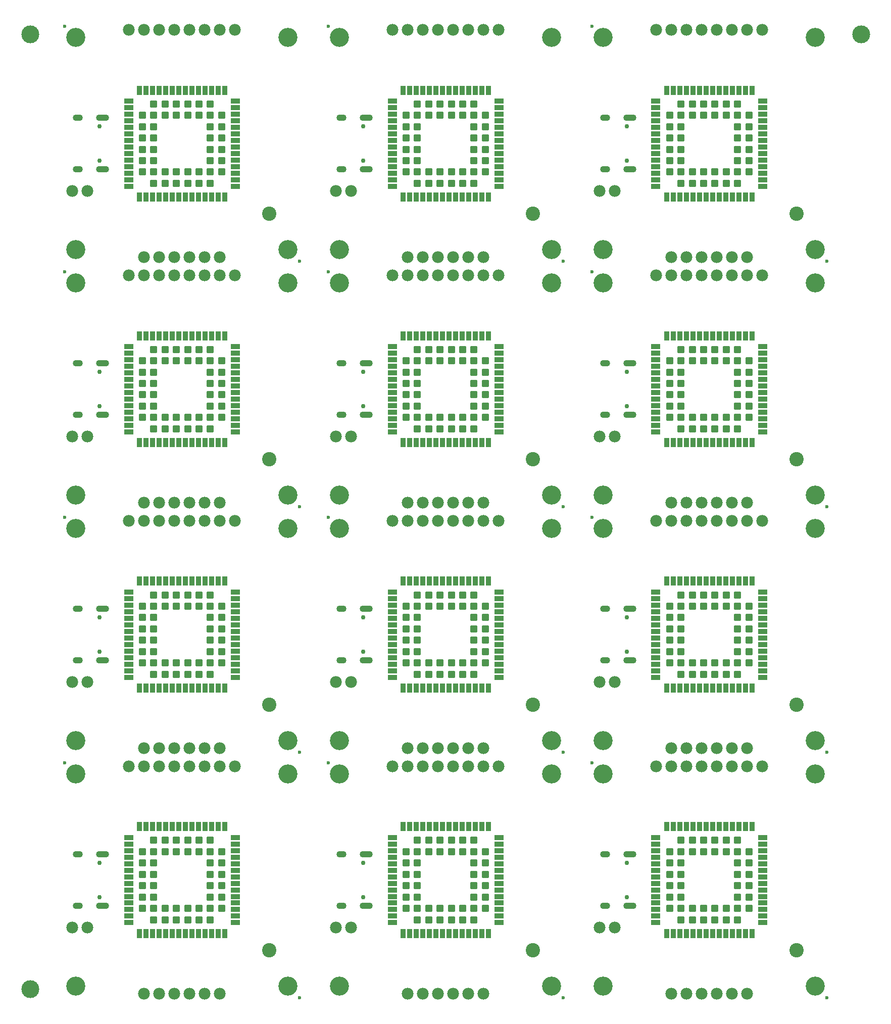
<source format=gbs>
%TF.GenerationSoftware,KiCad,Pcbnew,9.0.1*%
%TF.CreationDate,2025-04-15T12:31:11-06:00*%
%TF.ProjectId,SparkFun_GNSS_DAN-F10N_panelized,53706172-6b46-4756-9e5f-474e53535f44,rev?*%
%TF.SameCoordinates,Original*%
%TF.FileFunction,Soldermask,Bot*%
%TF.FilePolarity,Negative*%
%FSLAX46Y46*%
G04 Gerber Fmt 4.6, Leading zero omitted, Abs format (unit mm)*
G04 Created by KiCad (PCBNEW 9.0.1) date 2025-04-15 12:31:11*
%MOMM*%
%LPD*%
G01*
G04 APERTURE LIST*
G04 Aperture macros list*
%AMRoundRect*
0 Rectangle with rounded corners*
0 $1 Rounding radius*
0 $2 $3 $4 $5 $6 $7 $8 $9 X,Y pos of 4 corners*
0 Add a 4 corners polygon primitive as box body*
4,1,4,$2,$3,$4,$5,$6,$7,$8,$9,$2,$3,0*
0 Add four circle primitives for the rounded corners*
1,1,$1+$1,$2,$3*
1,1,$1+$1,$4,$5*
1,1,$1+$1,$6,$7*
1,1,$1+$1,$8,$9*
0 Add four rect primitives between the rounded corners*
20,1,$1+$1,$2,$3,$4,$5,0*
20,1,$1+$1,$4,$5,$6,$7,0*
20,1,$1+$1,$6,$7,$8,$9,0*
20,1,$1+$1,$8,$9,$2,$3,0*%
G04 Aperture macros list end*
%ADD10C,3.000000*%
%ADD11RoundRect,0.050000X0.750000X0.400000X-0.750000X0.400000X-0.750000X-0.400000X0.750000X-0.400000X0*%
%ADD12RoundRect,0.050000X0.400000X-0.750000X0.400000X0.750000X-0.400000X0.750000X-0.400000X-0.750000X0*%
%ADD13RoundRect,0.050000X-0.750000X-0.400000X0.750000X-0.400000X0.750000X0.400000X-0.750000X0.400000X0*%
%ADD14RoundRect,0.050000X-0.400000X0.750000X-0.400000X-0.750000X0.400000X-0.750000X0.400000X0.750000X0*%
%ADD15RoundRect,0.050000X-0.550000X0.550000X-0.550000X-0.550000X0.550000X-0.550000X0.550000X0.550000X0*%
%ADD16RoundRect,0.050000X-0.550000X-0.550000X0.550000X-0.550000X0.550000X0.550000X-0.550000X0.550000X0*%
%ADD17RoundRect,0.050000X0.550000X-0.550000X0.550000X0.550000X-0.550000X0.550000X-0.550000X-0.550000X0*%
%ADD18RoundRect,0.050000X0.550000X0.550000X-0.550000X0.550000X-0.550000X-0.550000X0.550000X-0.550000X0*%
%ADD19C,0.600000*%
%ADD20C,3.200000*%
%ADD21C,2.400000*%
%ADD22C,1.979600*%
%ADD23C,0.750000*%
%ADD24O,1.700000X1.100000*%
%ADD25O,2.200000X1.100000*%
G04 APERTURE END LIST*
D10*
%TO.C,*%
X134151500Y162060000D03*
%TD*%
%TO.C,*%
X-5135500Y162060000D03*
%TD*%
%TO.C,*%
X-5135500Y2000000D03*
%TD*%
D11*
%TO.C,U6*%
X99746000Y136590000D03*
X99746000Y137690000D03*
X99746000Y138790000D03*
X99746000Y139890000D03*
X99746000Y140990000D03*
X99746000Y142090000D03*
X99746000Y143190000D03*
X99746000Y144290000D03*
X99746000Y145390000D03*
X99746000Y146490000D03*
X99746000Y147590000D03*
X99746000Y148690000D03*
X99746000Y149790000D03*
X99746000Y150890000D03*
D12*
X101546000Y152690000D03*
X102646000Y152690000D03*
X103746000Y152690000D03*
X104846000Y152690000D03*
X105946000Y152690000D03*
X107046000Y152690000D03*
X108146000Y152690000D03*
X109246000Y152690000D03*
X110346000Y152690000D03*
X111446000Y152690000D03*
X112546000Y152690000D03*
X113646000Y152690000D03*
X114746000Y152690000D03*
X115846000Y152690000D03*
D13*
X117646000Y150890000D03*
X117646000Y149790000D03*
X117646000Y148690000D03*
X117646000Y147590000D03*
X117646000Y146490000D03*
X117646000Y145390000D03*
X117646000Y144290000D03*
X117646000Y143190000D03*
X117646000Y142090000D03*
X117646000Y140990000D03*
X117646000Y139890000D03*
X117646000Y138790000D03*
X117646000Y137690000D03*
X117646000Y136590000D03*
D14*
X115846000Y134790000D03*
X114746000Y134790000D03*
X113646000Y134790000D03*
X112546000Y134790000D03*
X111446000Y134790000D03*
X110346000Y134790000D03*
X109246000Y134790000D03*
X108146000Y134790000D03*
X107046000Y134790000D03*
X105946000Y134790000D03*
X104846000Y134790000D03*
X103746000Y134790000D03*
X102646000Y134790000D03*
X101546000Y134790000D03*
D15*
X102046000Y148490000D03*
D16*
X102046000Y146590000D03*
X102046000Y144690000D03*
X102046000Y142790000D03*
X102046000Y140890000D03*
D17*
X102046000Y138990000D03*
D16*
X103946000Y150390000D03*
X103946000Y148490000D03*
X103946000Y146590000D03*
X103946000Y144690000D03*
X103946000Y142790000D03*
X103946000Y140890000D03*
D17*
X103946000Y138990000D03*
D16*
X103946000Y137090000D03*
D15*
X105846000Y150390000D03*
X105846000Y148490000D03*
D17*
X105846000Y138990000D03*
X105846000Y137090000D03*
D15*
X107746000Y150390000D03*
X107746000Y148490000D03*
D17*
X107746000Y138990000D03*
X107746000Y137090000D03*
D15*
X109646000Y150390000D03*
X109646000Y148490000D03*
D17*
X109646000Y138990000D03*
X109646000Y137090000D03*
D15*
X111546000Y150390000D03*
X111546000Y148490000D03*
D17*
X111546000Y138990000D03*
X111546000Y137090000D03*
D18*
X113446000Y150390000D03*
X113446000Y148490000D03*
X113446000Y146590000D03*
X113446000Y144690000D03*
X113446000Y142790000D03*
X113446000Y140890000D03*
X113446000Y138990000D03*
X113446000Y137090000D03*
X115346000Y148490000D03*
X115346000Y146590000D03*
X115346000Y144690000D03*
X115346000Y142790000D03*
X115346000Y140890000D03*
D17*
X115346000Y138990000D03*
%TD*%
D11*
%TO.C,U6*%
X99746000Y95450000D03*
X99746000Y96550000D03*
X99746000Y97650000D03*
X99746000Y98750000D03*
X99746000Y99850000D03*
X99746000Y100950000D03*
X99746000Y102050000D03*
X99746000Y103150000D03*
X99746000Y104250000D03*
X99746000Y105350000D03*
X99746000Y106450000D03*
X99746000Y107550000D03*
X99746000Y108650000D03*
X99746000Y109750000D03*
D12*
X101546000Y111550000D03*
X102646000Y111550000D03*
X103746000Y111550000D03*
X104846000Y111550000D03*
X105946000Y111550000D03*
X107046000Y111550000D03*
X108146000Y111550000D03*
X109246000Y111550000D03*
X110346000Y111550000D03*
X111446000Y111550000D03*
X112546000Y111550000D03*
X113646000Y111550000D03*
X114746000Y111550000D03*
X115846000Y111550000D03*
D13*
X117646000Y109750000D03*
X117646000Y108650000D03*
X117646000Y107550000D03*
X117646000Y106450000D03*
X117646000Y105350000D03*
X117646000Y104250000D03*
X117646000Y103150000D03*
X117646000Y102050000D03*
X117646000Y100950000D03*
X117646000Y99850000D03*
X117646000Y98750000D03*
X117646000Y97650000D03*
X117646000Y96550000D03*
X117646000Y95450000D03*
D14*
X115846000Y93650000D03*
X114746000Y93650000D03*
X113646000Y93650000D03*
X112546000Y93650000D03*
X111446000Y93650000D03*
X110346000Y93650000D03*
X109246000Y93650000D03*
X108146000Y93650000D03*
X107046000Y93650000D03*
X105946000Y93650000D03*
X104846000Y93650000D03*
X103746000Y93650000D03*
X102646000Y93650000D03*
X101546000Y93650000D03*
D15*
X102046000Y107350000D03*
D16*
X102046000Y105450000D03*
X102046000Y103550000D03*
X102046000Y101650000D03*
X102046000Y99750000D03*
D17*
X102046000Y97850000D03*
D16*
X103946000Y109250000D03*
X103946000Y107350000D03*
X103946000Y105450000D03*
X103946000Y103550000D03*
X103946000Y101650000D03*
X103946000Y99750000D03*
D17*
X103946000Y97850000D03*
D16*
X103946000Y95950000D03*
D15*
X105846000Y109250000D03*
X105846000Y107350000D03*
D17*
X105846000Y97850000D03*
X105846000Y95950000D03*
D15*
X107746000Y109250000D03*
X107746000Y107350000D03*
D17*
X107746000Y97850000D03*
X107746000Y95950000D03*
D15*
X109646000Y109250000D03*
X109646000Y107350000D03*
D17*
X109646000Y97850000D03*
X109646000Y95950000D03*
D15*
X111546000Y109250000D03*
X111546000Y107350000D03*
D17*
X111546000Y97850000D03*
X111546000Y95950000D03*
D18*
X113446000Y109250000D03*
X113446000Y107350000D03*
X113446000Y105450000D03*
X113446000Y103550000D03*
X113446000Y101650000D03*
X113446000Y99750000D03*
X113446000Y97850000D03*
X113446000Y95950000D03*
X115346000Y107350000D03*
X115346000Y105450000D03*
X115346000Y103550000D03*
X115346000Y101650000D03*
X115346000Y99750000D03*
D17*
X115346000Y97850000D03*
%TD*%
D11*
%TO.C,U6*%
X99746000Y54310000D03*
X99746000Y55410000D03*
X99746000Y56510000D03*
X99746000Y57610000D03*
X99746000Y58710000D03*
X99746000Y59810000D03*
X99746000Y60910000D03*
X99746000Y62010000D03*
X99746000Y63110000D03*
X99746000Y64210000D03*
X99746000Y65310000D03*
X99746000Y66410000D03*
X99746000Y67510000D03*
X99746000Y68610000D03*
D12*
X101546000Y70410000D03*
X102646000Y70410000D03*
X103746000Y70410000D03*
X104846000Y70410000D03*
X105946000Y70410000D03*
X107046000Y70410000D03*
X108146000Y70410000D03*
X109246000Y70410000D03*
X110346000Y70410000D03*
X111446000Y70410000D03*
X112546000Y70410000D03*
X113646000Y70410000D03*
X114746000Y70410000D03*
X115846000Y70410000D03*
D13*
X117646000Y68610000D03*
X117646000Y67510000D03*
X117646000Y66410000D03*
X117646000Y65310000D03*
X117646000Y64210000D03*
X117646000Y63110000D03*
X117646000Y62010000D03*
X117646000Y60910000D03*
X117646000Y59810000D03*
X117646000Y58710000D03*
X117646000Y57610000D03*
X117646000Y56510000D03*
X117646000Y55410000D03*
X117646000Y54310000D03*
D14*
X115846000Y52510000D03*
X114746000Y52510000D03*
X113646000Y52510000D03*
X112546000Y52510000D03*
X111446000Y52510000D03*
X110346000Y52510000D03*
X109246000Y52510000D03*
X108146000Y52510000D03*
X107046000Y52510000D03*
X105946000Y52510000D03*
X104846000Y52510000D03*
X103746000Y52510000D03*
X102646000Y52510000D03*
X101546000Y52510000D03*
D15*
X102046000Y66210000D03*
D16*
X102046000Y64310000D03*
X102046000Y62410000D03*
X102046000Y60510000D03*
X102046000Y58610000D03*
D17*
X102046000Y56710000D03*
D16*
X103946000Y68110000D03*
X103946000Y66210000D03*
X103946000Y64310000D03*
X103946000Y62410000D03*
X103946000Y60510000D03*
X103946000Y58610000D03*
D17*
X103946000Y56710000D03*
D16*
X103946000Y54810000D03*
D15*
X105846000Y68110000D03*
X105846000Y66210000D03*
D17*
X105846000Y56710000D03*
X105846000Y54810000D03*
D15*
X107746000Y68110000D03*
X107746000Y66210000D03*
D17*
X107746000Y56710000D03*
X107746000Y54810000D03*
D15*
X109646000Y68110000D03*
X109646000Y66210000D03*
D17*
X109646000Y56710000D03*
X109646000Y54810000D03*
D15*
X111546000Y68110000D03*
X111546000Y66210000D03*
D17*
X111546000Y56710000D03*
X111546000Y54810000D03*
D18*
X113446000Y68110000D03*
X113446000Y66210000D03*
X113446000Y64310000D03*
X113446000Y62410000D03*
X113446000Y60510000D03*
X113446000Y58610000D03*
X113446000Y56710000D03*
X113446000Y54810000D03*
X115346000Y66210000D03*
X115346000Y64310000D03*
X115346000Y62410000D03*
X115346000Y60510000D03*
X115346000Y58610000D03*
D17*
X115346000Y56710000D03*
%TD*%
D11*
%TO.C,U6*%
X99746000Y13170000D03*
X99746000Y14270000D03*
X99746000Y15370000D03*
X99746000Y16470000D03*
X99746000Y17570000D03*
X99746000Y18670000D03*
X99746000Y19770000D03*
X99746000Y20870000D03*
X99746000Y21970000D03*
X99746000Y23070000D03*
X99746000Y24170000D03*
X99746000Y25270000D03*
X99746000Y26370000D03*
X99746000Y27470000D03*
D12*
X101546000Y29270000D03*
X102646000Y29270000D03*
X103746000Y29270000D03*
X104846000Y29270000D03*
X105946000Y29270000D03*
X107046000Y29270000D03*
X108146000Y29270000D03*
X109246000Y29270000D03*
X110346000Y29270000D03*
X111446000Y29270000D03*
X112546000Y29270000D03*
X113646000Y29270000D03*
X114746000Y29270000D03*
X115846000Y29270000D03*
D13*
X117646000Y27470000D03*
X117646000Y26370000D03*
X117646000Y25270000D03*
X117646000Y24170000D03*
X117646000Y23070000D03*
X117646000Y21970000D03*
X117646000Y20870000D03*
X117646000Y19770000D03*
X117646000Y18670000D03*
X117646000Y17570000D03*
X117646000Y16470000D03*
X117646000Y15370000D03*
X117646000Y14270000D03*
X117646000Y13170000D03*
D14*
X115846000Y11370000D03*
X114746000Y11370000D03*
X113646000Y11370000D03*
X112546000Y11370000D03*
X111446000Y11370000D03*
X110346000Y11370000D03*
X109246000Y11370000D03*
X108146000Y11370000D03*
X107046000Y11370000D03*
X105946000Y11370000D03*
X104846000Y11370000D03*
X103746000Y11370000D03*
X102646000Y11370000D03*
X101546000Y11370000D03*
D15*
X102046000Y25070000D03*
D16*
X102046000Y23170000D03*
X102046000Y21270000D03*
X102046000Y19370000D03*
X102046000Y17470000D03*
D17*
X102046000Y15570000D03*
D16*
X103946000Y26970000D03*
X103946000Y25070000D03*
X103946000Y23170000D03*
X103946000Y21270000D03*
X103946000Y19370000D03*
X103946000Y17470000D03*
D17*
X103946000Y15570000D03*
D16*
X103946000Y13670000D03*
D15*
X105846000Y26970000D03*
X105846000Y25070000D03*
D17*
X105846000Y15570000D03*
X105846000Y13670000D03*
D15*
X107746000Y26970000D03*
X107746000Y25070000D03*
D17*
X107746000Y15570000D03*
X107746000Y13670000D03*
D15*
X109646000Y26970000D03*
X109646000Y25070000D03*
D17*
X109646000Y15570000D03*
X109646000Y13670000D03*
D15*
X111546000Y26970000D03*
X111546000Y25070000D03*
D17*
X111546000Y15570000D03*
X111546000Y13670000D03*
D18*
X113446000Y26970000D03*
X113446000Y25070000D03*
X113446000Y23170000D03*
X113446000Y21270000D03*
X113446000Y19370000D03*
X113446000Y17470000D03*
X113446000Y15570000D03*
X113446000Y13670000D03*
X115346000Y25070000D03*
X115346000Y23170000D03*
X115346000Y21270000D03*
X115346000Y19370000D03*
X115346000Y17470000D03*
D17*
X115346000Y15570000D03*
%TD*%
D11*
%TO.C,U6*%
X55558000Y136590000D03*
X55558000Y137690000D03*
X55558000Y138790000D03*
X55558000Y139890000D03*
X55558000Y140990000D03*
X55558000Y142090000D03*
X55558000Y143190000D03*
X55558000Y144290000D03*
X55558000Y145390000D03*
X55558000Y146490000D03*
X55558000Y147590000D03*
X55558000Y148690000D03*
X55558000Y149790000D03*
X55558000Y150890000D03*
D12*
X57358000Y152690000D03*
X58458000Y152690000D03*
X59558000Y152690000D03*
X60658000Y152690000D03*
X61758000Y152690000D03*
X62858000Y152690000D03*
X63958000Y152690000D03*
X65058000Y152690000D03*
X66158000Y152690000D03*
X67258000Y152690000D03*
X68358000Y152690000D03*
X69458000Y152690000D03*
X70558000Y152690000D03*
X71658000Y152690000D03*
D13*
X73458000Y150890000D03*
X73458000Y149790000D03*
X73458000Y148690000D03*
X73458000Y147590000D03*
X73458000Y146490000D03*
X73458000Y145390000D03*
X73458000Y144290000D03*
X73458000Y143190000D03*
X73458000Y142090000D03*
X73458000Y140990000D03*
X73458000Y139890000D03*
X73458000Y138790000D03*
X73458000Y137690000D03*
X73458000Y136590000D03*
D14*
X71658000Y134790000D03*
X70558000Y134790000D03*
X69458000Y134790000D03*
X68358000Y134790000D03*
X67258000Y134790000D03*
X66158000Y134790000D03*
X65058000Y134790000D03*
X63958000Y134790000D03*
X62858000Y134790000D03*
X61758000Y134790000D03*
X60658000Y134790000D03*
X59558000Y134790000D03*
X58458000Y134790000D03*
X57358000Y134790000D03*
D15*
X57858000Y148490000D03*
D16*
X57858000Y146590000D03*
X57858000Y144690000D03*
X57858000Y142790000D03*
X57858000Y140890000D03*
D17*
X57858000Y138990000D03*
D16*
X59758000Y150390000D03*
X59758000Y148490000D03*
X59758000Y146590000D03*
X59758000Y144690000D03*
X59758000Y142790000D03*
X59758000Y140890000D03*
D17*
X59758000Y138990000D03*
D16*
X59758000Y137090000D03*
D15*
X61658000Y150390000D03*
X61658000Y148490000D03*
D17*
X61658000Y138990000D03*
X61658000Y137090000D03*
D15*
X63558000Y150390000D03*
X63558000Y148490000D03*
D17*
X63558000Y138990000D03*
X63558000Y137090000D03*
D15*
X65458000Y150390000D03*
X65458000Y148490000D03*
D17*
X65458000Y138990000D03*
X65458000Y137090000D03*
D15*
X67358000Y150390000D03*
X67358000Y148490000D03*
D17*
X67358000Y138990000D03*
X67358000Y137090000D03*
D18*
X69258000Y150390000D03*
X69258000Y148490000D03*
X69258000Y146590000D03*
X69258000Y144690000D03*
X69258000Y142790000D03*
X69258000Y140890000D03*
X69258000Y138990000D03*
X69258000Y137090000D03*
X71158000Y148490000D03*
X71158000Y146590000D03*
X71158000Y144690000D03*
X71158000Y142790000D03*
X71158000Y140890000D03*
D17*
X71158000Y138990000D03*
%TD*%
D11*
%TO.C,U6*%
X55558000Y95450000D03*
X55558000Y96550000D03*
X55558000Y97650000D03*
X55558000Y98750000D03*
X55558000Y99850000D03*
X55558000Y100950000D03*
X55558000Y102050000D03*
X55558000Y103150000D03*
X55558000Y104250000D03*
X55558000Y105350000D03*
X55558000Y106450000D03*
X55558000Y107550000D03*
X55558000Y108650000D03*
X55558000Y109750000D03*
D12*
X57358000Y111550000D03*
X58458000Y111550000D03*
X59558000Y111550000D03*
X60658000Y111550000D03*
X61758000Y111550000D03*
X62858000Y111550000D03*
X63958000Y111550000D03*
X65058000Y111550000D03*
X66158000Y111550000D03*
X67258000Y111550000D03*
X68358000Y111550000D03*
X69458000Y111550000D03*
X70558000Y111550000D03*
X71658000Y111550000D03*
D13*
X73458000Y109750000D03*
X73458000Y108650000D03*
X73458000Y107550000D03*
X73458000Y106450000D03*
X73458000Y105350000D03*
X73458000Y104250000D03*
X73458000Y103150000D03*
X73458000Y102050000D03*
X73458000Y100950000D03*
X73458000Y99850000D03*
X73458000Y98750000D03*
X73458000Y97650000D03*
X73458000Y96550000D03*
X73458000Y95450000D03*
D14*
X71658000Y93650000D03*
X70558000Y93650000D03*
X69458000Y93650000D03*
X68358000Y93650000D03*
X67258000Y93650000D03*
X66158000Y93650000D03*
X65058000Y93650000D03*
X63958000Y93650000D03*
X62858000Y93650000D03*
X61758000Y93650000D03*
X60658000Y93650000D03*
X59558000Y93650000D03*
X58458000Y93650000D03*
X57358000Y93650000D03*
D15*
X57858000Y107350000D03*
D16*
X57858000Y105450000D03*
X57858000Y103550000D03*
X57858000Y101650000D03*
X57858000Y99750000D03*
D17*
X57858000Y97850000D03*
D16*
X59758000Y109250000D03*
X59758000Y107350000D03*
X59758000Y105450000D03*
X59758000Y103550000D03*
X59758000Y101650000D03*
X59758000Y99750000D03*
D17*
X59758000Y97850000D03*
D16*
X59758000Y95950000D03*
D15*
X61658000Y109250000D03*
X61658000Y107350000D03*
D17*
X61658000Y97850000D03*
X61658000Y95950000D03*
D15*
X63558000Y109250000D03*
X63558000Y107350000D03*
D17*
X63558000Y97850000D03*
X63558000Y95950000D03*
D15*
X65458000Y109250000D03*
X65458000Y107350000D03*
D17*
X65458000Y97850000D03*
X65458000Y95950000D03*
D15*
X67358000Y109250000D03*
X67358000Y107350000D03*
D17*
X67358000Y97850000D03*
X67358000Y95950000D03*
D18*
X69258000Y109250000D03*
X69258000Y107350000D03*
X69258000Y105450000D03*
X69258000Y103550000D03*
X69258000Y101650000D03*
X69258000Y99750000D03*
X69258000Y97850000D03*
X69258000Y95950000D03*
X71158000Y107350000D03*
X71158000Y105450000D03*
X71158000Y103550000D03*
X71158000Y101650000D03*
X71158000Y99750000D03*
D17*
X71158000Y97850000D03*
%TD*%
D11*
%TO.C,U6*%
X55558000Y54310000D03*
X55558000Y55410000D03*
X55558000Y56510000D03*
X55558000Y57610000D03*
X55558000Y58710000D03*
X55558000Y59810000D03*
X55558000Y60910000D03*
X55558000Y62010000D03*
X55558000Y63110000D03*
X55558000Y64210000D03*
X55558000Y65310000D03*
X55558000Y66410000D03*
X55558000Y67510000D03*
X55558000Y68610000D03*
D12*
X57358000Y70410000D03*
X58458000Y70410000D03*
X59558000Y70410000D03*
X60658000Y70410000D03*
X61758000Y70410000D03*
X62858000Y70410000D03*
X63958000Y70410000D03*
X65058000Y70410000D03*
X66158000Y70410000D03*
X67258000Y70410000D03*
X68358000Y70410000D03*
X69458000Y70410000D03*
X70558000Y70410000D03*
X71658000Y70410000D03*
D13*
X73458000Y68610000D03*
X73458000Y67510000D03*
X73458000Y66410000D03*
X73458000Y65310000D03*
X73458000Y64210000D03*
X73458000Y63110000D03*
X73458000Y62010000D03*
X73458000Y60910000D03*
X73458000Y59810000D03*
X73458000Y58710000D03*
X73458000Y57610000D03*
X73458000Y56510000D03*
X73458000Y55410000D03*
X73458000Y54310000D03*
D14*
X71658000Y52510000D03*
X70558000Y52510000D03*
X69458000Y52510000D03*
X68358000Y52510000D03*
X67258000Y52510000D03*
X66158000Y52510000D03*
X65058000Y52510000D03*
X63958000Y52510000D03*
X62858000Y52510000D03*
X61758000Y52510000D03*
X60658000Y52510000D03*
X59558000Y52510000D03*
X58458000Y52510000D03*
X57358000Y52510000D03*
D15*
X57858000Y66210000D03*
D16*
X57858000Y64310000D03*
X57858000Y62410000D03*
X57858000Y60510000D03*
X57858000Y58610000D03*
D17*
X57858000Y56710000D03*
D16*
X59758000Y68110000D03*
X59758000Y66210000D03*
X59758000Y64310000D03*
X59758000Y62410000D03*
X59758000Y60510000D03*
X59758000Y58610000D03*
D17*
X59758000Y56710000D03*
D16*
X59758000Y54810000D03*
D15*
X61658000Y68110000D03*
X61658000Y66210000D03*
D17*
X61658000Y56710000D03*
X61658000Y54810000D03*
D15*
X63558000Y68110000D03*
X63558000Y66210000D03*
D17*
X63558000Y56710000D03*
X63558000Y54810000D03*
D15*
X65458000Y68110000D03*
X65458000Y66210000D03*
D17*
X65458000Y56710000D03*
X65458000Y54810000D03*
D15*
X67358000Y68110000D03*
X67358000Y66210000D03*
D17*
X67358000Y56710000D03*
X67358000Y54810000D03*
D18*
X69258000Y68110000D03*
X69258000Y66210000D03*
X69258000Y64310000D03*
X69258000Y62410000D03*
X69258000Y60510000D03*
X69258000Y58610000D03*
X69258000Y56710000D03*
X69258000Y54810000D03*
X71158000Y66210000D03*
X71158000Y64310000D03*
X71158000Y62410000D03*
X71158000Y60510000D03*
X71158000Y58610000D03*
D17*
X71158000Y56710000D03*
%TD*%
D11*
%TO.C,U6*%
X55558000Y13170000D03*
X55558000Y14270000D03*
X55558000Y15370000D03*
X55558000Y16470000D03*
X55558000Y17570000D03*
X55558000Y18670000D03*
X55558000Y19770000D03*
X55558000Y20870000D03*
X55558000Y21970000D03*
X55558000Y23070000D03*
X55558000Y24170000D03*
X55558000Y25270000D03*
X55558000Y26370000D03*
X55558000Y27470000D03*
D12*
X57358000Y29270000D03*
X58458000Y29270000D03*
X59558000Y29270000D03*
X60658000Y29270000D03*
X61758000Y29270000D03*
X62858000Y29270000D03*
X63958000Y29270000D03*
X65058000Y29270000D03*
X66158000Y29270000D03*
X67258000Y29270000D03*
X68358000Y29270000D03*
X69458000Y29270000D03*
X70558000Y29270000D03*
X71658000Y29270000D03*
D13*
X73458000Y27470000D03*
X73458000Y26370000D03*
X73458000Y25270000D03*
X73458000Y24170000D03*
X73458000Y23070000D03*
X73458000Y21970000D03*
X73458000Y20870000D03*
X73458000Y19770000D03*
X73458000Y18670000D03*
X73458000Y17570000D03*
X73458000Y16470000D03*
X73458000Y15370000D03*
X73458000Y14270000D03*
X73458000Y13170000D03*
D14*
X71658000Y11370000D03*
X70558000Y11370000D03*
X69458000Y11370000D03*
X68358000Y11370000D03*
X67258000Y11370000D03*
X66158000Y11370000D03*
X65058000Y11370000D03*
X63958000Y11370000D03*
X62858000Y11370000D03*
X61758000Y11370000D03*
X60658000Y11370000D03*
X59558000Y11370000D03*
X58458000Y11370000D03*
X57358000Y11370000D03*
D15*
X57858000Y25070000D03*
D16*
X57858000Y23170000D03*
X57858000Y21270000D03*
X57858000Y19370000D03*
X57858000Y17470000D03*
D17*
X57858000Y15570000D03*
D16*
X59758000Y26970000D03*
X59758000Y25070000D03*
X59758000Y23170000D03*
X59758000Y21270000D03*
X59758000Y19370000D03*
X59758000Y17470000D03*
D17*
X59758000Y15570000D03*
D16*
X59758000Y13670000D03*
D15*
X61658000Y26970000D03*
X61658000Y25070000D03*
D17*
X61658000Y15570000D03*
X61658000Y13670000D03*
D15*
X63558000Y26970000D03*
X63558000Y25070000D03*
D17*
X63558000Y15570000D03*
X63558000Y13670000D03*
D15*
X65458000Y26970000D03*
X65458000Y25070000D03*
D17*
X65458000Y15570000D03*
X65458000Y13670000D03*
D15*
X67358000Y26970000D03*
X67358000Y25070000D03*
D17*
X67358000Y15570000D03*
X67358000Y13670000D03*
D18*
X69258000Y26970000D03*
X69258000Y25070000D03*
X69258000Y23170000D03*
X69258000Y21270000D03*
X69258000Y19370000D03*
X69258000Y17470000D03*
X69258000Y15570000D03*
X69258000Y13670000D03*
X71158000Y25070000D03*
X71158000Y23170000D03*
X71158000Y21270000D03*
X71158000Y19370000D03*
X71158000Y17470000D03*
D17*
X71158000Y15570000D03*
%TD*%
D11*
%TO.C,U6*%
X11370000Y136590000D03*
X11370000Y137690000D03*
X11370000Y138790000D03*
X11370000Y139890000D03*
X11370000Y140990000D03*
X11370000Y142090000D03*
X11370000Y143190000D03*
X11370000Y144290000D03*
X11370000Y145390000D03*
X11370000Y146490000D03*
X11370000Y147590000D03*
X11370000Y148690000D03*
X11370000Y149790000D03*
X11370000Y150890000D03*
D12*
X13170000Y152690000D03*
X14270000Y152690000D03*
X15370000Y152690000D03*
X16470000Y152690000D03*
X17570000Y152690000D03*
X18670000Y152690000D03*
X19770000Y152690000D03*
X20870000Y152690000D03*
X21970000Y152690000D03*
X23070000Y152690000D03*
X24170000Y152690000D03*
X25270000Y152690000D03*
X26370000Y152690000D03*
X27470000Y152690000D03*
D13*
X29270000Y150890000D03*
X29270000Y149790000D03*
X29270000Y148690000D03*
X29270000Y147590000D03*
X29270000Y146490000D03*
X29270000Y145390000D03*
X29270000Y144290000D03*
X29270000Y143190000D03*
X29270000Y142090000D03*
X29270000Y140990000D03*
X29270000Y139890000D03*
X29270000Y138790000D03*
X29270000Y137690000D03*
X29270000Y136590000D03*
D14*
X27470000Y134790000D03*
X26370000Y134790000D03*
X25270000Y134790000D03*
X24170000Y134790000D03*
X23070000Y134790000D03*
X21970000Y134790000D03*
X20870000Y134790000D03*
X19770000Y134790000D03*
X18670000Y134790000D03*
X17570000Y134790000D03*
X16470000Y134790000D03*
X15370000Y134790000D03*
X14270000Y134790000D03*
X13170000Y134790000D03*
D15*
X13670000Y148490000D03*
D16*
X13670000Y146590000D03*
X13670000Y144690000D03*
X13670000Y142790000D03*
X13670000Y140890000D03*
D17*
X13670000Y138990000D03*
D16*
X15570000Y150390000D03*
X15570000Y148490000D03*
X15570000Y146590000D03*
X15570000Y144690000D03*
X15570000Y142790000D03*
X15570000Y140890000D03*
D17*
X15570000Y138990000D03*
D16*
X15570000Y137090000D03*
D15*
X17470000Y150390000D03*
X17470000Y148490000D03*
D17*
X17470000Y138990000D03*
X17470000Y137090000D03*
D15*
X19370000Y150390000D03*
X19370000Y148490000D03*
D17*
X19370000Y138990000D03*
X19370000Y137090000D03*
D15*
X21270000Y150390000D03*
X21270000Y148490000D03*
D17*
X21270000Y138990000D03*
X21270000Y137090000D03*
D15*
X23170000Y150390000D03*
X23170000Y148490000D03*
D17*
X23170000Y138990000D03*
X23170000Y137090000D03*
D18*
X25070000Y150390000D03*
X25070000Y148490000D03*
X25070000Y146590000D03*
X25070000Y144690000D03*
X25070000Y142790000D03*
X25070000Y140890000D03*
X25070000Y138990000D03*
X25070000Y137090000D03*
X26970000Y148490000D03*
X26970000Y146590000D03*
X26970000Y144690000D03*
X26970000Y142790000D03*
X26970000Y140890000D03*
D17*
X26970000Y138990000D03*
%TD*%
D11*
%TO.C,U6*%
X11370000Y95450000D03*
X11370000Y96550000D03*
X11370000Y97650000D03*
X11370000Y98750000D03*
X11370000Y99850000D03*
X11370000Y100950000D03*
X11370000Y102050000D03*
X11370000Y103150000D03*
X11370000Y104250000D03*
X11370000Y105350000D03*
X11370000Y106450000D03*
X11370000Y107550000D03*
X11370000Y108650000D03*
X11370000Y109750000D03*
D12*
X13170000Y111550000D03*
X14270000Y111550000D03*
X15370000Y111550000D03*
X16470000Y111550000D03*
X17570000Y111550000D03*
X18670000Y111550000D03*
X19770000Y111550000D03*
X20870000Y111550000D03*
X21970000Y111550000D03*
X23070000Y111550000D03*
X24170000Y111550000D03*
X25270000Y111550000D03*
X26370000Y111550000D03*
X27470000Y111550000D03*
D13*
X29270000Y109750000D03*
X29270000Y108650000D03*
X29270000Y107550000D03*
X29270000Y106450000D03*
X29270000Y105350000D03*
X29270000Y104250000D03*
X29270000Y103150000D03*
X29270000Y102050000D03*
X29270000Y100950000D03*
X29270000Y99850000D03*
X29270000Y98750000D03*
X29270000Y97650000D03*
X29270000Y96550000D03*
X29270000Y95450000D03*
D14*
X27470000Y93650000D03*
X26370000Y93650000D03*
X25270000Y93650000D03*
X24170000Y93650000D03*
X23070000Y93650000D03*
X21970000Y93650000D03*
X20870000Y93650000D03*
X19770000Y93650000D03*
X18670000Y93650000D03*
X17570000Y93650000D03*
X16470000Y93650000D03*
X15370000Y93650000D03*
X14270000Y93650000D03*
X13170000Y93650000D03*
D15*
X13670000Y107350000D03*
D16*
X13670000Y105450000D03*
X13670000Y103550000D03*
X13670000Y101650000D03*
X13670000Y99750000D03*
D17*
X13670000Y97850000D03*
D16*
X15570000Y109250000D03*
X15570000Y107350000D03*
X15570000Y105450000D03*
X15570000Y103550000D03*
X15570000Y101650000D03*
X15570000Y99750000D03*
D17*
X15570000Y97850000D03*
D16*
X15570000Y95950000D03*
D15*
X17470000Y109250000D03*
X17470000Y107350000D03*
D17*
X17470000Y97850000D03*
X17470000Y95950000D03*
D15*
X19370000Y109250000D03*
X19370000Y107350000D03*
D17*
X19370000Y97850000D03*
X19370000Y95950000D03*
D15*
X21270000Y109250000D03*
X21270000Y107350000D03*
D17*
X21270000Y97850000D03*
X21270000Y95950000D03*
D15*
X23170000Y109250000D03*
X23170000Y107350000D03*
D17*
X23170000Y97850000D03*
X23170000Y95950000D03*
D18*
X25070000Y109250000D03*
X25070000Y107350000D03*
X25070000Y105450000D03*
X25070000Y103550000D03*
X25070000Y101650000D03*
X25070000Y99750000D03*
X25070000Y97850000D03*
X25070000Y95950000D03*
X26970000Y107350000D03*
X26970000Y105450000D03*
X26970000Y103550000D03*
X26970000Y101650000D03*
X26970000Y99750000D03*
D17*
X26970000Y97850000D03*
%TD*%
D11*
%TO.C,U6*%
X11370000Y54310000D03*
X11370000Y55410000D03*
X11370000Y56510000D03*
X11370000Y57610000D03*
X11370000Y58710000D03*
X11370000Y59810000D03*
X11370000Y60910000D03*
X11370000Y62010000D03*
X11370000Y63110000D03*
X11370000Y64210000D03*
X11370000Y65310000D03*
X11370000Y66410000D03*
X11370000Y67510000D03*
X11370000Y68610000D03*
D12*
X13170000Y70410000D03*
X14270000Y70410000D03*
X15370000Y70410000D03*
X16470000Y70410000D03*
X17570000Y70410000D03*
X18670000Y70410000D03*
X19770000Y70410000D03*
X20870000Y70410000D03*
X21970000Y70410000D03*
X23070000Y70410000D03*
X24170000Y70410000D03*
X25270000Y70410000D03*
X26370000Y70410000D03*
X27470000Y70410000D03*
D13*
X29270000Y68610000D03*
X29270000Y67510000D03*
X29270000Y66410000D03*
X29270000Y65310000D03*
X29270000Y64210000D03*
X29270000Y63110000D03*
X29270000Y62010000D03*
X29270000Y60910000D03*
X29270000Y59810000D03*
X29270000Y58710000D03*
X29270000Y57610000D03*
X29270000Y56510000D03*
X29270000Y55410000D03*
X29270000Y54310000D03*
D14*
X27470000Y52510000D03*
X26370000Y52510000D03*
X25270000Y52510000D03*
X24170000Y52510000D03*
X23070000Y52510000D03*
X21970000Y52510000D03*
X20870000Y52510000D03*
X19770000Y52510000D03*
X18670000Y52510000D03*
X17570000Y52510000D03*
X16470000Y52510000D03*
X15370000Y52510000D03*
X14270000Y52510000D03*
X13170000Y52510000D03*
D15*
X13670000Y66210000D03*
D16*
X13670000Y64310000D03*
X13670000Y62410000D03*
X13670000Y60510000D03*
X13670000Y58610000D03*
D17*
X13670000Y56710000D03*
D16*
X15570000Y68110000D03*
X15570000Y66210000D03*
X15570000Y64310000D03*
X15570000Y62410000D03*
X15570000Y60510000D03*
X15570000Y58610000D03*
D17*
X15570000Y56710000D03*
D16*
X15570000Y54810000D03*
D15*
X17470000Y68110000D03*
X17470000Y66210000D03*
D17*
X17470000Y56710000D03*
X17470000Y54810000D03*
D15*
X19370000Y68110000D03*
X19370000Y66210000D03*
D17*
X19370000Y56710000D03*
X19370000Y54810000D03*
D15*
X21270000Y68110000D03*
X21270000Y66210000D03*
D17*
X21270000Y56710000D03*
X21270000Y54810000D03*
D15*
X23170000Y68110000D03*
X23170000Y66210000D03*
D17*
X23170000Y56710000D03*
X23170000Y54810000D03*
D18*
X25070000Y68110000D03*
X25070000Y66210000D03*
X25070000Y64310000D03*
X25070000Y62410000D03*
X25070000Y60510000D03*
X25070000Y58610000D03*
X25070000Y56710000D03*
X25070000Y54810000D03*
X26970000Y66210000D03*
X26970000Y64310000D03*
X26970000Y62410000D03*
X26970000Y60510000D03*
X26970000Y58610000D03*
D17*
X26970000Y56710000D03*
%TD*%
D19*
%TO.C,FID1*%
X128381000Y124055000D03*
%TD*%
%TO.C,FID1*%
X128381000Y82915000D03*
%TD*%
%TO.C,FID1*%
X128381000Y41775000D03*
%TD*%
%TO.C,FID1*%
X128381000Y635000D03*
%TD*%
%TO.C,FID1*%
X84193000Y124055000D03*
%TD*%
%TO.C,FID1*%
X84193000Y82915000D03*
%TD*%
%TO.C,FID1*%
X84193000Y41775000D03*
%TD*%
%TO.C,FID1*%
X84193000Y635000D03*
%TD*%
%TO.C,FID1*%
X40005000Y124055000D03*
%TD*%
%TO.C,FID1*%
X40005000Y82915000D03*
%TD*%
%TO.C,FID1*%
X40005000Y41775000D03*
%TD*%
%TO.C,FID2*%
X89011000Y163425000D03*
%TD*%
%TO.C,FID2*%
X89011000Y122285000D03*
%TD*%
%TO.C,FID2*%
X89011000Y81145000D03*
%TD*%
%TO.C,FID2*%
X89011000Y40005000D03*
%TD*%
%TO.C,FID2*%
X44823000Y163425000D03*
%TD*%
%TO.C,FID2*%
X44823000Y122285000D03*
%TD*%
%TO.C,FID2*%
X44823000Y81145000D03*
%TD*%
%TO.C,FID2*%
X44823000Y40005000D03*
%TD*%
%TO.C,FID2*%
X635000Y163425000D03*
%TD*%
%TO.C,FID2*%
X635000Y122285000D03*
%TD*%
%TO.C,FID2*%
X635000Y81145000D03*
%TD*%
D20*
%TO.C,ST4*%
X90916000Y125960000D03*
%TD*%
%TO.C,ST4*%
X90916000Y84820000D03*
%TD*%
%TO.C,ST4*%
X90916000Y43680000D03*
%TD*%
%TO.C,ST4*%
X90916000Y2540000D03*
%TD*%
%TO.C,ST4*%
X46728000Y125960000D03*
%TD*%
%TO.C,ST4*%
X46728000Y84820000D03*
%TD*%
%TO.C,ST4*%
X46728000Y43680000D03*
%TD*%
%TO.C,ST4*%
X46728000Y2540000D03*
%TD*%
%TO.C,ST4*%
X2540000Y125960000D03*
%TD*%
%TO.C,ST4*%
X2540000Y84820000D03*
%TD*%
%TO.C,ST4*%
X2540000Y43680000D03*
%TD*%
D21*
%TO.C,D6*%
X123301000Y131992500D03*
%TD*%
%TO.C,D6*%
X123301000Y90852500D03*
%TD*%
%TO.C,D6*%
X123301000Y49712500D03*
%TD*%
%TO.C,D6*%
X123301000Y8572500D03*
%TD*%
%TO.C,D6*%
X79113000Y131992500D03*
%TD*%
%TO.C,D6*%
X79113000Y90852500D03*
%TD*%
%TO.C,D6*%
X79113000Y49712500D03*
%TD*%
%TO.C,D6*%
X79113000Y8572500D03*
%TD*%
%TO.C,D6*%
X34925000Y131992500D03*
%TD*%
%TO.C,D6*%
X34925000Y90852500D03*
%TD*%
%TO.C,D6*%
X34925000Y49712500D03*
%TD*%
D20*
%TO.C,ST3*%
X90916000Y161520000D03*
%TD*%
%TO.C,ST3*%
X90916000Y120380000D03*
%TD*%
%TO.C,ST3*%
X90916000Y79240000D03*
%TD*%
%TO.C,ST3*%
X90916000Y38100000D03*
%TD*%
%TO.C,ST3*%
X46728000Y161520000D03*
%TD*%
%TO.C,ST3*%
X46728000Y120380000D03*
%TD*%
%TO.C,ST3*%
X46728000Y79240000D03*
%TD*%
%TO.C,ST3*%
X46728000Y38100000D03*
%TD*%
%TO.C,ST3*%
X2540000Y161520000D03*
%TD*%
%TO.C,ST3*%
X2540000Y120380000D03*
%TD*%
%TO.C,ST3*%
X2540000Y79240000D03*
%TD*%
D22*
%TO.C,JP11*%
X90281000Y135802500D03*
X92821000Y135802500D03*
%TD*%
%TO.C,JP11*%
X90281000Y94662500D03*
X92821000Y94662500D03*
%TD*%
%TO.C,JP11*%
X90281000Y53522500D03*
X92821000Y53522500D03*
%TD*%
%TO.C,JP11*%
X90281000Y12382500D03*
X92821000Y12382500D03*
%TD*%
%TO.C,JP11*%
X46093000Y135802500D03*
X48633000Y135802500D03*
%TD*%
%TO.C,JP11*%
X46093000Y94662500D03*
X48633000Y94662500D03*
%TD*%
%TO.C,JP11*%
X46093000Y53522500D03*
X48633000Y53522500D03*
%TD*%
%TO.C,JP11*%
X46093000Y12382500D03*
X48633000Y12382500D03*
%TD*%
%TO.C,JP11*%
X1905000Y135802500D03*
X4445000Y135802500D03*
%TD*%
%TO.C,JP11*%
X1905000Y94662500D03*
X4445000Y94662500D03*
%TD*%
%TO.C,JP11*%
X1905000Y53522500D03*
X4445000Y53522500D03*
%TD*%
D20*
%TO.C,ST1*%
X126476000Y161520000D03*
%TD*%
%TO.C,ST1*%
X126476000Y120380000D03*
%TD*%
%TO.C,ST1*%
X126476000Y79240000D03*
%TD*%
%TO.C,ST1*%
X126476000Y38100000D03*
%TD*%
%TO.C,ST1*%
X82288000Y161520000D03*
%TD*%
%TO.C,ST1*%
X82288000Y120380000D03*
%TD*%
%TO.C,ST1*%
X82288000Y79240000D03*
%TD*%
%TO.C,ST1*%
X82288000Y38100000D03*
%TD*%
%TO.C,ST1*%
X38100000Y161520000D03*
%TD*%
%TO.C,ST1*%
X38100000Y120380000D03*
%TD*%
%TO.C,ST1*%
X38100000Y79240000D03*
%TD*%
D22*
%TO.C,J5*%
X117586000Y162790000D03*
X115046000Y162790000D03*
X112506000Y162790000D03*
X109966000Y162790000D03*
X107426000Y162790000D03*
X104886000Y162790000D03*
X102346000Y162790000D03*
X99806000Y162790000D03*
%TD*%
%TO.C,J5*%
X117586000Y121650000D03*
X115046000Y121650000D03*
X112506000Y121650000D03*
X109966000Y121650000D03*
X107426000Y121650000D03*
X104886000Y121650000D03*
X102346000Y121650000D03*
X99806000Y121650000D03*
%TD*%
%TO.C,J5*%
X117586000Y80510000D03*
X115046000Y80510000D03*
X112506000Y80510000D03*
X109966000Y80510000D03*
X107426000Y80510000D03*
X104886000Y80510000D03*
X102346000Y80510000D03*
X99806000Y80510000D03*
%TD*%
%TO.C,J5*%
X117586000Y39370000D03*
X115046000Y39370000D03*
X112506000Y39370000D03*
X109966000Y39370000D03*
X107426000Y39370000D03*
X104886000Y39370000D03*
X102346000Y39370000D03*
X99806000Y39370000D03*
%TD*%
%TO.C,J5*%
X73398000Y162790000D03*
X70858000Y162790000D03*
X68318000Y162790000D03*
X65778000Y162790000D03*
X63238000Y162790000D03*
X60698000Y162790000D03*
X58158000Y162790000D03*
X55618000Y162790000D03*
%TD*%
%TO.C,J5*%
X73398000Y121650000D03*
X70858000Y121650000D03*
X68318000Y121650000D03*
X65778000Y121650000D03*
X63238000Y121650000D03*
X60698000Y121650000D03*
X58158000Y121650000D03*
X55618000Y121650000D03*
%TD*%
%TO.C,J5*%
X73398000Y80510000D03*
X70858000Y80510000D03*
X68318000Y80510000D03*
X65778000Y80510000D03*
X63238000Y80510000D03*
X60698000Y80510000D03*
X58158000Y80510000D03*
X55618000Y80510000D03*
%TD*%
%TO.C,J5*%
X73398000Y39370000D03*
X70858000Y39370000D03*
X68318000Y39370000D03*
X65778000Y39370000D03*
X63238000Y39370000D03*
X60698000Y39370000D03*
X58158000Y39370000D03*
X55618000Y39370000D03*
%TD*%
%TO.C,J5*%
X29210000Y162790000D03*
X26670000Y162790000D03*
X24130000Y162790000D03*
X21590000Y162790000D03*
X19050000Y162790000D03*
X16510000Y162790000D03*
X13970000Y162790000D03*
X11430000Y162790000D03*
%TD*%
%TO.C,J5*%
X29210000Y121650000D03*
X26670000Y121650000D03*
X24130000Y121650000D03*
X21590000Y121650000D03*
X19050000Y121650000D03*
X16510000Y121650000D03*
X13970000Y121650000D03*
X11430000Y121650000D03*
%TD*%
%TO.C,J5*%
X29210000Y80510000D03*
X26670000Y80510000D03*
X24130000Y80510000D03*
X21590000Y80510000D03*
X19050000Y80510000D03*
X16510000Y80510000D03*
X13970000Y80510000D03*
X11430000Y80510000D03*
%TD*%
D20*
%TO.C,ST2*%
X126476000Y125960000D03*
%TD*%
%TO.C,ST2*%
X126476000Y84820000D03*
%TD*%
%TO.C,ST2*%
X126476000Y43680000D03*
%TD*%
%TO.C,ST2*%
X126476000Y2540000D03*
%TD*%
%TO.C,ST2*%
X82288000Y125960000D03*
%TD*%
%TO.C,ST2*%
X82288000Y84820000D03*
%TD*%
%TO.C,ST2*%
X82288000Y43680000D03*
%TD*%
%TO.C,ST2*%
X82288000Y2540000D03*
%TD*%
%TO.C,ST2*%
X38100000Y125960000D03*
%TD*%
%TO.C,ST2*%
X38100000Y84820000D03*
%TD*%
%TO.C,ST2*%
X38100000Y43680000D03*
%TD*%
D23*
%TO.C,J1*%
X94864750Y146630000D03*
X94864750Y140850000D03*
D24*
X91214750Y148058000D03*
D25*
X95394750Y148058000D03*
X95394750Y139422000D03*
D24*
X91214750Y139422000D03*
%TD*%
D23*
%TO.C,J1*%
X94864750Y105490000D03*
X94864750Y99710000D03*
D24*
X91214750Y106918000D03*
D25*
X95394750Y106918000D03*
X95394750Y98282000D03*
D24*
X91214750Y98282000D03*
%TD*%
D23*
%TO.C,J1*%
X94864750Y64350000D03*
X94864750Y58570000D03*
D24*
X91214750Y65778000D03*
D25*
X95394750Y65778000D03*
X95394750Y57142000D03*
D24*
X91214750Y57142000D03*
%TD*%
D23*
%TO.C,J1*%
X94864750Y23210000D03*
X94864750Y17430000D03*
D24*
X91214750Y24638000D03*
D25*
X95394750Y24638000D03*
X95394750Y16002000D03*
D24*
X91214750Y16002000D03*
%TD*%
D23*
%TO.C,J1*%
X50676750Y146630000D03*
X50676750Y140850000D03*
D24*
X47026750Y148058000D03*
D25*
X51206750Y148058000D03*
X51206750Y139422000D03*
D24*
X47026750Y139422000D03*
%TD*%
D23*
%TO.C,J1*%
X50676750Y105490000D03*
X50676750Y99710000D03*
D24*
X47026750Y106918000D03*
D25*
X51206750Y106918000D03*
X51206750Y98282000D03*
D24*
X47026750Y98282000D03*
%TD*%
D23*
%TO.C,J1*%
X50676750Y64350000D03*
X50676750Y58570000D03*
D24*
X47026750Y65778000D03*
D25*
X51206750Y65778000D03*
X51206750Y57142000D03*
D24*
X47026750Y57142000D03*
%TD*%
D23*
%TO.C,J1*%
X50676750Y23210000D03*
X50676750Y17430000D03*
D24*
X47026750Y24638000D03*
D25*
X51206750Y24638000D03*
X51206750Y16002000D03*
D24*
X47026750Y16002000D03*
%TD*%
D23*
%TO.C,J1*%
X6488750Y146630000D03*
X6488750Y140850000D03*
D24*
X2838750Y148058000D03*
D25*
X7018750Y148058000D03*
X7018750Y139422000D03*
D24*
X2838750Y139422000D03*
%TD*%
D23*
%TO.C,J1*%
X6488750Y105490000D03*
X6488750Y99710000D03*
D24*
X2838750Y106918000D03*
D25*
X7018750Y106918000D03*
X7018750Y98282000D03*
D24*
X2838750Y98282000D03*
%TD*%
D23*
%TO.C,J1*%
X6488750Y64350000D03*
X6488750Y58570000D03*
D24*
X2838750Y65778000D03*
D25*
X7018750Y65778000D03*
X7018750Y57142000D03*
D24*
X2838750Y57142000D03*
%TD*%
D22*
%TO.C,J2*%
X115046000Y124690000D03*
X112506000Y124690000D03*
X109966000Y124690000D03*
X107426000Y124690000D03*
X104886000Y124690000D03*
X102346000Y124690000D03*
%TD*%
%TO.C,J2*%
X115046000Y83550000D03*
X112506000Y83550000D03*
X109966000Y83550000D03*
X107426000Y83550000D03*
X104886000Y83550000D03*
X102346000Y83550000D03*
%TD*%
%TO.C,J2*%
X115046000Y42410000D03*
X112506000Y42410000D03*
X109966000Y42410000D03*
X107426000Y42410000D03*
X104886000Y42410000D03*
X102346000Y42410000D03*
%TD*%
%TO.C,J2*%
X115046000Y1270000D03*
X112506000Y1270000D03*
X109966000Y1270000D03*
X107426000Y1270000D03*
X104886000Y1270000D03*
X102346000Y1270000D03*
%TD*%
%TO.C,J2*%
X70858000Y124690000D03*
X68318000Y124690000D03*
X65778000Y124690000D03*
X63238000Y124690000D03*
X60698000Y124690000D03*
X58158000Y124690000D03*
%TD*%
%TO.C,J2*%
X70858000Y83550000D03*
X68318000Y83550000D03*
X65778000Y83550000D03*
X63238000Y83550000D03*
X60698000Y83550000D03*
X58158000Y83550000D03*
%TD*%
%TO.C,J2*%
X70858000Y42410000D03*
X68318000Y42410000D03*
X65778000Y42410000D03*
X63238000Y42410000D03*
X60698000Y42410000D03*
X58158000Y42410000D03*
%TD*%
%TO.C,J2*%
X70858000Y1270000D03*
X68318000Y1270000D03*
X65778000Y1270000D03*
X63238000Y1270000D03*
X60698000Y1270000D03*
X58158000Y1270000D03*
%TD*%
%TO.C,J2*%
X26670000Y124690000D03*
X24130000Y124690000D03*
X21590000Y124690000D03*
X19050000Y124690000D03*
X16510000Y124690000D03*
X13970000Y124690000D03*
%TD*%
%TO.C,J2*%
X26670000Y83550000D03*
X24130000Y83550000D03*
X21590000Y83550000D03*
X19050000Y83550000D03*
X16510000Y83550000D03*
X13970000Y83550000D03*
%TD*%
%TO.C,J2*%
X26670000Y42410000D03*
X24130000Y42410000D03*
X21590000Y42410000D03*
X19050000Y42410000D03*
X16510000Y42410000D03*
X13970000Y42410000D03*
%TD*%
%TO.C,J2*%
X26670000Y1270000D03*
X24130000Y1270000D03*
X21590000Y1270000D03*
X19050000Y1270000D03*
X16510000Y1270000D03*
X13970000Y1270000D03*
%TD*%
D23*
%TO.C,J1*%
X6488750Y23210000D03*
X6488750Y17430000D03*
D24*
X2838750Y24638000D03*
D25*
X7018750Y24638000D03*
X7018750Y16002000D03*
D24*
X2838750Y16002000D03*
%TD*%
D20*
%TO.C,ST2*%
X38100000Y2540000D03*
%TD*%
D22*
%TO.C,J5*%
X29210000Y39370000D03*
X26670000Y39370000D03*
X24130000Y39370000D03*
X21590000Y39370000D03*
X19050000Y39370000D03*
X16510000Y39370000D03*
X13970000Y39370000D03*
X11430000Y39370000D03*
%TD*%
D20*
%TO.C,ST1*%
X38100000Y38100000D03*
%TD*%
D22*
%TO.C,JP11*%
X1905000Y12382500D03*
X4445000Y12382500D03*
%TD*%
D20*
%TO.C,ST3*%
X2540000Y38100000D03*
%TD*%
D21*
%TO.C,D6*%
X34925000Y8572500D03*
%TD*%
D20*
%TO.C,ST4*%
X2540000Y2540000D03*
%TD*%
D19*
%TO.C,FID2*%
X635000Y40005000D03*
%TD*%
%TO.C,FID1*%
X40005000Y635000D03*
%TD*%
D11*
%TO.C,U6*%
X11370000Y13170000D03*
X11370000Y14270000D03*
X11370000Y15370000D03*
X11370000Y16470000D03*
X11370000Y17570000D03*
X11370000Y18670000D03*
X11370000Y19770000D03*
X11370000Y20870000D03*
X11370000Y21970000D03*
X11370000Y23070000D03*
X11370000Y24170000D03*
X11370000Y25270000D03*
X11370000Y26370000D03*
X11370000Y27470000D03*
D12*
X13170000Y29270000D03*
X14270000Y29270000D03*
X15370000Y29270000D03*
X16470000Y29270000D03*
X17570000Y29270000D03*
X18670000Y29270000D03*
X19770000Y29270000D03*
X20870000Y29270000D03*
X21970000Y29270000D03*
X23070000Y29270000D03*
X24170000Y29270000D03*
X25270000Y29270000D03*
X26370000Y29270000D03*
X27470000Y29270000D03*
D13*
X29270000Y27470000D03*
X29270000Y26370000D03*
X29270000Y25270000D03*
X29270000Y24170000D03*
X29270000Y23070000D03*
X29270000Y21970000D03*
X29270000Y20870000D03*
X29270000Y19770000D03*
X29270000Y18670000D03*
X29270000Y17570000D03*
X29270000Y16470000D03*
X29270000Y15370000D03*
X29270000Y14270000D03*
X29270000Y13170000D03*
D14*
X27470000Y11370000D03*
X26370000Y11370000D03*
X25270000Y11370000D03*
X24170000Y11370000D03*
X23070000Y11370000D03*
X21970000Y11370000D03*
X20870000Y11370000D03*
X19770000Y11370000D03*
X18670000Y11370000D03*
X17570000Y11370000D03*
X16470000Y11370000D03*
X15370000Y11370000D03*
X14270000Y11370000D03*
X13170000Y11370000D03*
D15*
X13670000Y25070000D03*
D16*
X13670000Y23170000D03*
X13670000Y21270000D03*
X13670000Y19370000D03*
X13670000Y17470000D03*
D17*
X13670000Y15570000D03*
D16*
X15570000Y26970000D03*
X15570000Y25070000D03*
X15570000Y23170000D03*
X15570000Y21270000D03*
X15570000Y19370000D03*
X15570000Y17470000D03*
D17*
X15570000Y15570000D03*
D16*
X15570000Y13670000D03*
D15*
X17470000Y26970000D03*
X17470000Y25070000D03*
D17*
X17470000Y15570000D03*
X17470000Y13670000D03*
D15*
X19370000Y26970000D03*
X19370000Y25070000D03*
D17*
X19370000Y15570000D03*
X19370000Y13670000D03*
D15*
X21270000Y26970000D03*
X21270000Y25070000D03*
D17*
X21270000Y15570000D03*
X21270000Y13670000D03*
D15*
X23170000Y26970000D03*
X23170000Y25070000D03*
D17*
X23170000Y15570000D03*
X23170000Y13670000D03*
D18*
X25070000Y26970000D03*
X25070000Y25070000D03*
X25070000Y23170000D03*
X25070000Y21270000D03*
X25070000Y19370000D03*
X25070000Y17470000D03*
X25070000Y15570000D03*
X25070000Y13670000D03*
X26970000Y25070000D03*
X26970000Y23170000D03*
X26970000Y21270000D03*
X26970000Y19370000D03*
X26970000Y17470000D03*
D17*
X26970000Y15570000D03*
%TD*%
M02*

</source>
